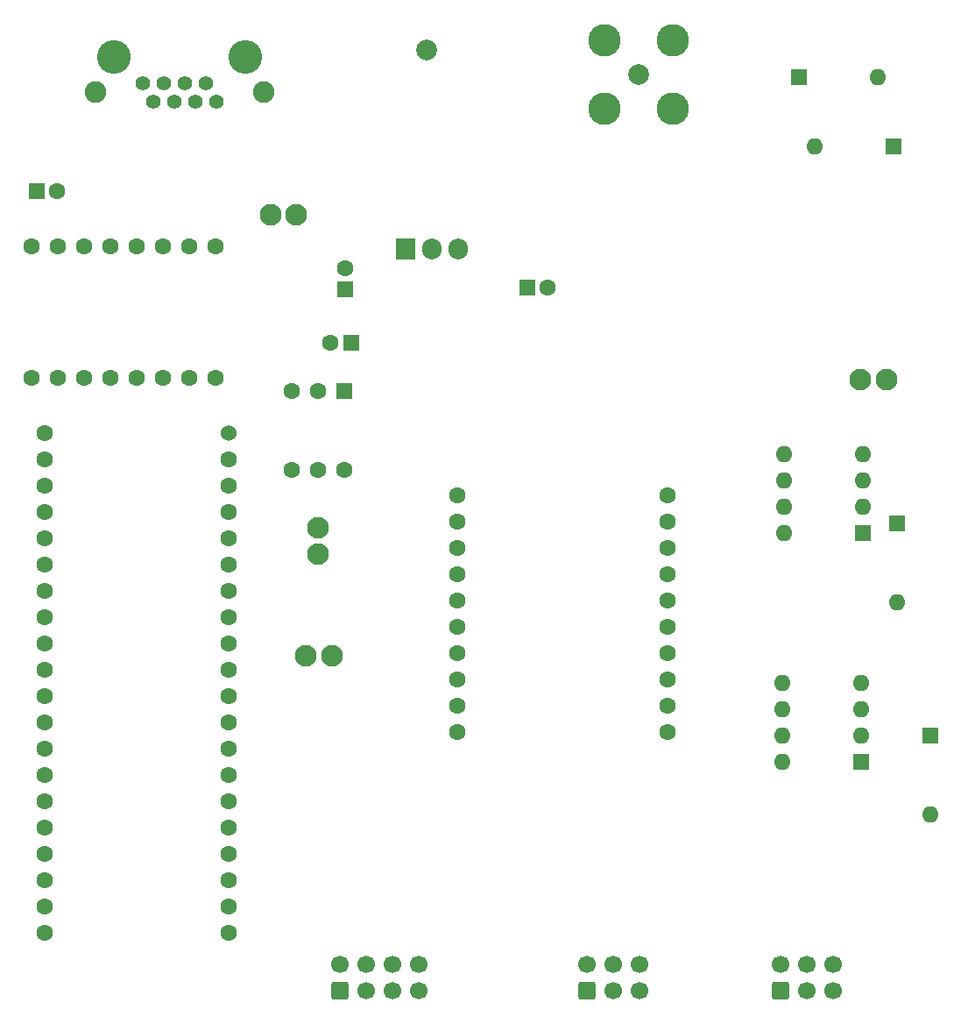
<source format=gbs>
G04 #@! TF.GenerationSoftware,KiCad,Pcbnew,6.0.5-a6ca702e91~116~ubuntu20.04.1*
G04 #@! TF.CreationDate,2022-05-09T08:21:39-04:00*
G04 #@! TF.ProjectId,magloop_pico,6d61676c-6f6f-4705-9f70-69636f2e6b69,1.0*
G04 #@! TF.SameCoordinates,Original*
G04 #@! TF.FileFunction,Soldermask,Bot*
G04 #@! TF.FilePolarity,Negative*
%FSLAX46Y46*%
G04 Gerber Fmt 4.6, Leading zero omitted, Abs format (unit mm)*
G04 Created by KiCad (PCBNEW 6.0.5-a6ca702e91~116~ubuntu20.04.1) date 2022-05-09 08:21:39*
%MOMM*%
%LPD*%
G01*
G04 APERTURE LIST*
G04 Aperture macros list*
%AMRoundRect*
0 Rectangle with rounded corners*
0 $1 Rounding radius*
0 $2 $3 $4 $5 $6 $7 $8 $9 X,Y pos of 4 corners*
0 Add a 4 corners polygon primitive as box body*
4,1,4,$2,$3,$4,$5,$6,$7,$8,$9,$2,$3,0*
0 Add four circle primitives for the rounded corners*
1,1,$1+$1,$2,$3*
1,1,$1+$1,$4,$5*
1,1,$1+$1,$6,$7*
1,1,$1+$1,$8,$9*
0 Add four rect primitives between the rounded corners*
20,1,$1+$1,$2,$3,$4,$5,0*
20,1,$1+$1,$4,$5,$6,$7,0*
20,1,$1+$1,$6,$7,$8,$9,0*
20,1,$1+$1,$8,$9,$2,$3,0*%
G04 Aperture macros list end*
%ADD10R,1.600000X1.600000*%
%ADD11O,1.600000X1.600000*%
%ADD12RoundRect,0.250000X0.600000X-0.600000X0.600000X0.600000X-0.600000X0.600000X-0.600000X-0.600000X0*%
%ADD13C,1.700000*%
%ADD14C,1.600000*%
%ADD15R,1.905000X2.000000*%
%ADD16O,1.905000X2.000000*%
%ADD17C,2.000000*%
%ADD18C,1.524000*%
%ADD19C,2.100000*%
%ADD20C,3.251200*%
%ADD21C,1.397000*%
%ADD22C,2.082800*%
%ADD23C,3.126000*%
G04 APERTURE END LIST*
D10*
X169418000Y-56261000D03*
D11*
X177038000Y-56261000D03*
D10*
X178562000Y-62992000D03*
D11*
X170942000Y-62992000D03*
D10*
X182118000Y-119888000D03*
D11*
X182118000Y-127508000D03*
D12*
X125095000Y-144516500D03*
D13*
X125095000Y-141976500D03*
X127635000Y-144516500D03*
X127635000Y-141976500D03*
X130175000Y-144516500D03*
X130175000Y-141976500D03*
X132715000Y-144516500D03*
X132715000Y-141976500D03*
D14*
X136398000Y-96647000D03*
X136398000Y-99187000D03*
X136398000Y-101727000D03*
X136398000Y-104267000D03*
X136398000Y-106807000D03*
X136398000Y-109347000D03*
X136398000Y-111887000D03*
X136398000Y-114427000D03*
X136398000Y-116967000D03*
X136398000Y-119507000D03*
X156718000Y-119507000D03*
X156718000Y-116967000D03*
X156718000Y-114427000D03*
X156718000Y-111887000D03*
X156718000Y-109347000D03*
X156718000Y-106807000D03*
X156718000Y-104267000D03*
X156718000Y-101727000D03*
X156718000Y-99187000D03*
X156718000Y-96647000D03*
D10*
X175504000Y-122418000D03*
D11*
X175504000Y-119878000D03*
X175504000Y-117338000D03*
X175504000Y-114798000D03*
X167884000Y-114798000D03*
X167884000Y-117338000D03*
X167884000Y-119878000D03*
X167884000Y-122418000D03*
D14*
X113030000Y-72644000D03*
X110490000Y-72644000D03*
X107950000Y-72644000D03*
X105410000Y-72644000D03*
X102870000Y-72644000D03*
X100330000Y-72644000D03*
X97790000Y-72644000D03*
X95250000Y-72644000D03*
X95250000Y-85344000D03*
X97790000Y-85344000D03*
X100330000Y-85344000D03*
X102870000Y-85344000D03*
X105410000Y-85344000D03*
X107950000Y-85344000D03*
X110490000Y-85344000D03*
X113030000Y-85344000D03*
D10*
X178923000Y-99421000D03*
D11*
X178923000Y-107041000D03*
D10*
X175621000Y-100310000D03*
D11*
X175621000Y-97770000D03*
X175621000Y-95230000D03*
X175621000Y-92690000D03*
X168001000Y-92690000D03*
X168001000Y-95230000D03*
X168001000Y-97770000D03*
X168001000Y-100310000D03*
D10*
X125603000Y-76774113D03*
D14*
X125603000Y-74774113D03*
D15*
X131445000Y-72924000D03*
D16*
X133985000Y-72924000D03*
X136525000Y-72924000D03*
D10*
X143189888Y-76581000D03*
D14*
X145189888Y-76581000D03*
D10*
X126177113Y-81915000D03*
D14*
X124177113Y-81915000D03*
D17*
X133477000Y-53706000D03*
D12*
X148966000Y-144516500D03*
D13*
X148966000Y-141976500D03*
X151506000Y-144516500D03*
X151506000Y-141976500D03*
X154046000Y-144516500D03*
X154046000Y-141976500D03*
D14*
X96520000Y-90678000D03*
X96520000Y-93218000D03*
X96520000Y-95758000D03*
X96520000Y-98298000D03*
X96520000Y-100838000D03*
X96520000Y-103378000D03*
X96520000Y-105918000D03*
X96520000Y-108458000D03*
X96520000Y-110998000D03*
X96520000Y-113538000D03*
X96520000Y-116078000D03*
X96520000Y-118618000D03*
X96520000Y-121158000D03*
X96520000Y-123698000D03*
X96520000Y-126238000D03*
X96520000Y-128778000D03*
X96520000Y-131318000D03*
X96520000Y-133858000D03*
X96520000Y-136398000D03*
X96520000Y-138938000D03*
X114300000Y-138938000D03*
X114300000Y-136398000D03*
X114300000Y-133858000D03*
X114300000Y-131318000D03*
X114300000Y-128778000D03*
X114300000Y-126238000D03*
X114300000Y-123698000D03*
X114300000Y-121158000D03*
X114300000Y-118618000D03*
X114300000Y-116078000D03*
X114300000Y-113538000D03*
X114300000Y-110998000D03*
X114300000Y-108458000D03*
X114300000Y-105918000D03*
X114300000Y-103378000D03*
X114300000Y-100838000D03*
X114300000Y-98298000D03*
X114300000Y-95758000D03*
X114300000Y-93218000D03*
D18*
X114300000Y-90678000D03*
D10*
X95758000Y-67310000D03*
D14*
X97758000Y-67310000D03*
D19*
X124328000Y-112141000D03*
X121828000Y-112141000D03*
D10*
X125528000Y-86614000D03*
D14*
X122988000Y-86614000D03*
X120448000Y-86614000D03*
X120448000Y-94234000D03*
X122988000Y-94234000D03*
X125528000Y-94234000D03*
D12*
X167640000Y-144526000D03*
D13*
X167640000Y-141986000D03*
X170180000Y-144526000D03*
X170180000Y-141986000D03*
X172720000Y-144526000D03*
X172720000Y-141986000D03*
D20*
X103233416Y-54309118D03*
X115933416Y-54309118D03*
D21*
X106027416Y-56849118D03*
X107043416Y-58627118D03*
X108059416Y-56849118D03*
X109075416Y-58627118D03*
X110091416Y-56849118D03*
X111107416Y-58627118D03*
X112123416Y-56849118D03*
X113139416Y-58627118D03*
D22*
X101455416Y-57738118D03*
X117711416Y-57738118D03*
D17*
X153924000Y-56007000D03*
D23*
X157224000Y-59307000D03*
X150624000Y-59307000D03*
X157224000Y-52707000D03*
X150624000Y-52707000D03*
D19*
X122941000Y-102338000D03*
X122941000Y-99838000D03*
X118388000Y-69601000D03*
X120888000Y-69601000D03*
X175411000Y-85512500D03*
X177911000Y-85512500D03*
M02*

</source>
